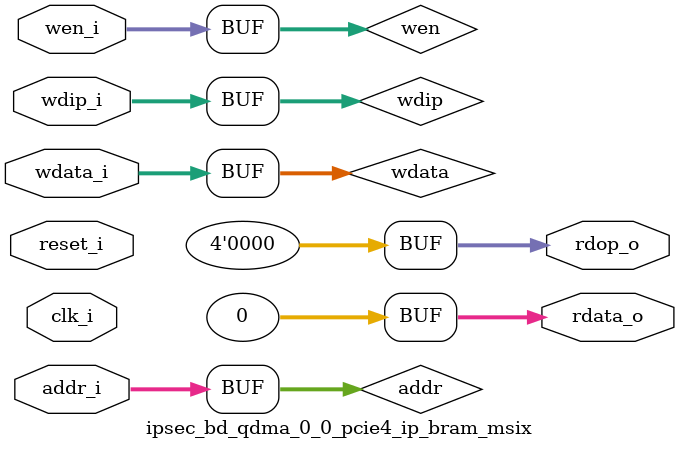
<source format=v>
`timescale 1ps/1ps

(* DowngradeIPIdentifiedWarnings = "yes" *)
module ipsec_bd_qdma_0_0_pcie4_ip_bram_msix #(

  parameter           TCQ = 100
, parameter           TO_RAM_PIPELINE="FALSE"
, parameter           FROM_RAM_PIPELINE="FALSE"
, parameter           MSIX_CAP_TABLE_SIZE=11'h0
, parameter           MSIX_TABLE_RAM_ENABLE="FALSE"

  ) (

  input  wire         clk_i,
  input  wire         reset_i,

  input  wire  [12:0] addr_i,
  input  wire  [31:0] wdata_i,
  input  wire   [3:0] wdip_i,
  input  wire   [3:0] wen_i,
  output wire  [31:0] rdata_o,
  output wire   [3:0] rdop_o

  );

  // WIP : Use Total number of functions (PFs + VFs) to calculate the NUM_BRAM_4K
  localparam integer NUM_BRAM_4K = (MSIX_TABLE_RAM_ENABLE == "TRUE") ? 8 : 0 ;
 

  reg          [12:0] addr;
  reg          [12:0] addr_p0;
  reg          [12:0] addr_p1;
  reg          [31:0] wdata;
  reg           [3:0] wdip;
  reg           [3:0] wen;
  reg          [31:0] reg_rdata;
  reg           [3:0] reg_rdop;
  wire         [31:0] rdata;
  wire          [3:0] rdop;
  genvar              i;
  wire    [(8*4)-1:0] bram_4k_wen;
  wire   [(8*32)-1:0] rdata_t;
  wire    [(8*4)-1:0] rdop_t;

  //
  // Optional input pipe stages
  //
  generate

    if (TO_RAM_PIPELINE == "TRUE") begin : TORAMPIPELINE

      always @(posedge clk_i) begin
     
        if (reset_i) begin

          addr <= #(TCQ) 13'b0;
          wdata <= #(TCQ) 32'b0;
          wdip <= #(TCQ) 4'b0;
          wen <= #(TCQ) 4'b0;

        end else begin

          addr <= #(TCQ) addr_i;
          wdata <= #(TCQ) wdata_i;
          wdip <= #(TCQ) wdip_i;
          wen <= #(TCQ) wen_i;

        end

      end

    end else begin : NOTORAMPIPELINE

      always @(*) begin

          addr = addr_i;
          wdata = wdata_i;
          wdip = wdip_i;
          wen = wen_i;

      end


    end

  endgenerate

  // 
  // Address pipeline
  //
  always @(posedge clk_i) begin
     
    if (reset_i) begin

      addr_p0 <= #(TCQ) 13'b0;
      addr_p1 <= #(TCQ) 13'b0;

    end else begin

      addr_p0 <= #(TCQ) addr;
      addr_p1 <= #(TCQ) addr_p0;

    end

  end

  //
  // Optional output pipe stages
  //
  generate

    if (FROM_RAM_PIPELINE == "TRUE") begin : FRMRAMPIPELINE


      always @(posedge clk_i) begin
     
        if (reset_i) begin

          reg_rdata <= #(TCQ) 32'b0;
          reg_rdop <= #(TCQ) 4'b0;

        end else begin

          case (addr_p1[12:10]) 
            3'b000 : begin
              reg_rdata <= #(TCQ) rdata_t[(32*(0))+31:(32*(0))+0];
              reg_rdop <= #(TCQ) rdop_t[(4*(0))+3:(4*(0))+0];
            end
            3'b001 : begin
              reg_rdata <= #(TCQ) rdata_t[(32*(1))+31:(32*(1))+0];
              reg_rdop <= #(TCQ) rdop_t[(4*(1))+3:(4*(1))+0];
            end
            3'b010 : begin
              reg_rdata <= #(TCQ) rdata_t[(32*(2))+31:(32*(2))+0];
              reg_rdop <= #(TCQ) rdop_t[(4*(2))+3:(4*(2))+0];
            end
            3'b011 : begin
              reg_rdata <= #(TCQ) rdata_t[(32*(3))+31:(32*(3))+0];
              reg_rdop <= #(TCQ) rdop_t[(4*(3))+3:(4*(3))+0];
            end
            3'b100 : begin
              reg_rdata <= #(TCQ) rdata_t[(32*(4))+31:(32*(4))+0];
              reg_rdop <= #(TCQ) rdop_t[(4*(4))+3:(4*(4))+0];
            end
            3'b101 : begin
              reg_rdata <= #(TCQ) rdata_t[(32*(5))+31:(32*(5))+0];
              reg_rdop <= #(TCQ) rdop_t[(4*(5))+3:(4*(5))+0];
            end
            3'b110 : begin
              reg_rdata <= #(TCQ) rdata_t[(32*(6))+31:(32*(6))+0];
              reg_rdop <= #(TCQ) rdop_t[(4*(6))+3:(4*(6))+0];
            end
            3'b111 : begin
              reg_rdata <= #(TCQ) rdata_t[(32*(7))+31:(32*(7))+0];
              reg_rdop <= #(TCQ) rdop_t[(4*(7))+3:(4*(7))+0];
            end
          endcase

        end

      end

    end else begin : NOFRMRAMPIPELINE

      always @(*) begin

          case (addr_p1[12:10]) 
            3'b000 : begin
              reg_rdata <= #(TCQ) rdata_t[(32*(0))+31:(32*(0))+0];
              reg_rdop <= #(TCQ) rdop_t[(4*(0))+3:(4*(0))+0];
            end
            3'b001 : begin
              reg_rdata <= #(TCQ) rdata_t[(32*(1))+31:(32*(1))+0];
              reg_rdop <= #(TCQ) rdop_t[(4*(1))+3:(4*(1))+0];
            end
            3'b010 : begin
              reg_rdata <= #(TCQ) rdata_t[(32*(2))+31:(32*(2))+0];
              reg_rdop <= #(TCQ) rdop_t[(4*(2))+3:(4*(2))+0];
            end
            3'b011 : begin
              reg_rdata <= #(TCQ) rdata_t[(32*(3))+31:(32*(3))+0];
              reg_rdop <= #(TCQ) rdop_t[(4*(3))+3:(4*(3))+0];
            end
            3'b100 : begin
              reg_rdata <= #(TCQ) rdata_t[(32*(4))+31:(32*(4))+0];
              reg_rdop <= #(TCQ) rdop_t[(4*(4))+3:(4*(4))+0];
            end
            3'b101 : begin
              reg_rdata <= #(TCQ) rdata_t[(32*(5))+31:(32*(5))+0];
              reg_rdop <= #(TCQ) rdop_t[(4*(5))+3:(4*(5))+0];
            end
            3'b110 : begin
              reg_rdata <= #(TCQ) rdata_t[(32*(6))+31:(32*(6))+0];
              reg_rdop <= #(TCQ) rdop_t[(4*(6))+3:(4*(6))+0];
            end
            3'b111 : begin
              reg_rdata <= #(TCQ) rdata_t[(32*(7))+31:(32*(7))+0];
              reg_rdop <= #(TCQ) rdop_t[(4*(7))+3:(4*(7))+0];
            end
          endcase

      end

    end
  
  endgenerate

  assign rdata_o = (MSIX_TABLE_RAM_ENABLE == "TRUE") ?  reg_rdata : 32'h0;
  assign rdop_o = (MSIX_TABLE_RAM_ENABLE == "TRUE") ? reg_rdop : 4'h0;

  generate 
  
    for (i=0; i<NUM_BRAM_4K; i=i+1) begin : BRAM4K

      ipsec_bd_qdma_0_0_pcie4_ip_bram_4k_int #(
          .TCQ(TCQ)
        )
        bram_4k_int (
    
          .clk_i (clk_i),
          .reset_i (reset_i),
    
          .addr_i(addr[9:0]),
          .wdata_i(wdata),
          .wdip_i(wdip),
          .wen_i(bram_4k_wen[(4*(i))+3:(4*(i))+0]),
          .rdata_o(rdata_t[(32*i)+31:(32*i)+0]),
          .rdop_o(rdop_t[(4*i)+3:(4*i)+0]),
          .baddr_i(10'b0),
          .brdata_o()

      );
      assign bram_4k_wen[(4*(i))+3:(4*(i))+0] = wen & {4{(i == addr[12:10])}};  
      
    end

  endgenerate

endmodule

</source>
